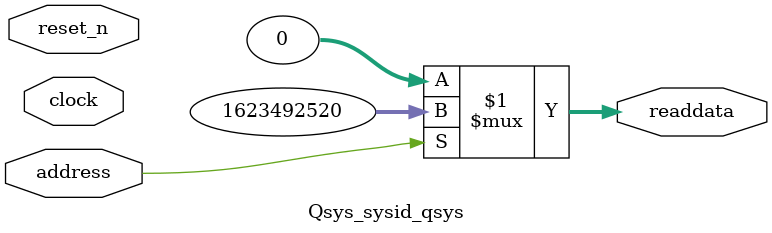
<source format=v>



// synthesis translate_off
`timescale 1ns / 1ps
// synthesis translate_on

// turn off superfluous verilog processor warnings 
// altera message_level Level1 
// altera message_off 10034 10035 10036 10037 10230 10240 10030 

module Qsys_sysid_qsys (
               // inputs:
                address,
                clock,
                reset_n,

               // outputs:
                readdata
             )
;

  output  [ 31: 0] readdata;
  input            address;
  input            clock;
  input            reset_n;

  wire    [ 31: 0] readdata;
  //control_slave, which is an e_avalon_slave
  assign readdata = address ? 1623492520 : 0;

endmodule



</source>
